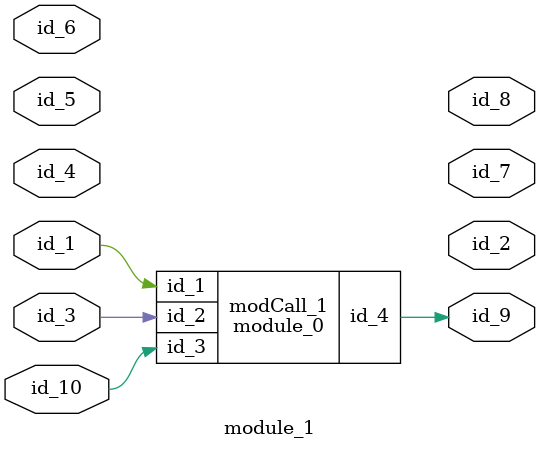
<source format=v>
module module_0 (
    id_1,
    id_2,
    id_3,
    id_4
);
  output wire id_4;
  input wire id_3;
  input wire id_2;
  input wire id_1;
  wire id_5;
endmodule
module module_1 (
    id_1,
    id_2,
    id_3,
    id_4,
    id_5,
    id_6,
    id_7,
    id_8,
    id_9,
    id_10
);
  input wire id_10;
  output wire id_9;
  output wire id_8;
  output wire id_7;
  input wire id_6;
  input wire id_5;
  input wire id_4;
  input wire id_3;
  output wire id_2;
  inout wire id_1;
  wire id_11;
  module_0 modCall_1 (
      id_1,
      id_3,
      id_10,
      id_9
  );
  wire id_12;
endmodule

</source>
